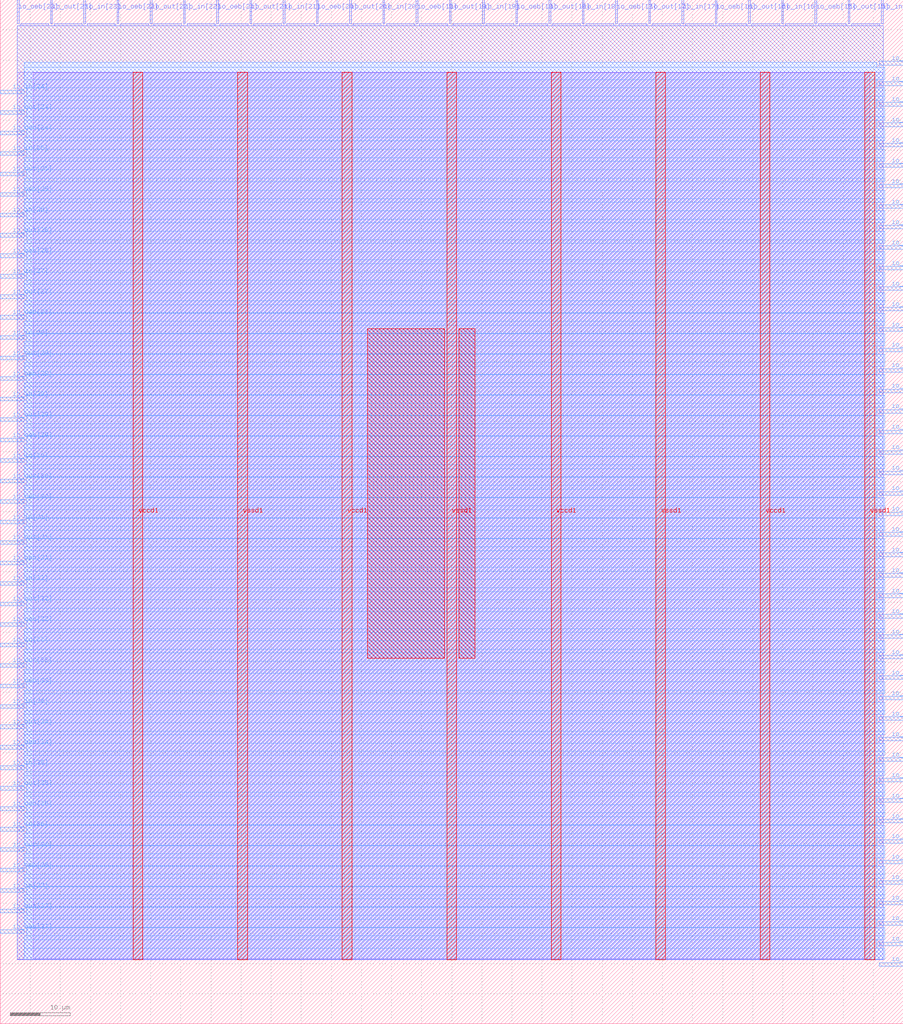
<source format=lef>
VERSION 5.7 ;
  NOWIREEXTENSIONATPIN ON ;
  DIVIDERCHAR "/" ;
  BUSBITCHARS "[]" ;
MACRO tiny_user_project
  CLASS BLOCK ;
  FOREIGN tiny_user_project ;
  ORIGIN 0.000 0.000 ;
  SIZE 150.000 BY 170.000 ;
  PIN io_in[0]
    DIRECTION INPUT ;
    USE SIGNAL ;
    PORT
      LAYER met3 ;
        RECT 146.000 9.560 150.000 10.160 ;
    END
  END io_in[0]
  PIN io_in[10]
    DIRECTION INPUT ;
    USE SIGNAL ;
    PORT
      LAYER met3 ;
        RECT 146.000 111.560 150.000 112.160 ;
    END
  END io_in[10]
  PIN io_in[11]
    DIRECTION INPUT ;
    USE SIGNAL ;
    PORT
      LAYER met3 ;
        RECT 146.000 121.760 150.000 122.360 ;
    END
  END io_in[11]
  PIN io_in[12]
    DIRECTION INPUT ;
    USE SIGNAL ;
    PORT
      LAYER met3 ;
        RECT 146.000 131.960 150.000 132.560 ;
    END
  END io_in[12]
  PIN io_in[13]
    DIRECTION INPUT ;
    USE SIGNAL ;
    PORT
      LAYER met3 ;
        RECT 146.000 142.160 150.000 142.760 ;
    END
  END io_in[13]
  PIN io_in[14]
    DIRECTION INPUT ;
    USE SIGNAL ;
    PORT
      LAYER met3 ;
        RECT 146.000 152.360 150.000 152.960 ;
    END
  END io_in[14]
  PIN io_in[15]
    DIRECTION INPUT ;
    USE SIGNAL ;
    PORT
      LAYER met2 ;
        RECT 146.370 166.000 146.650 170.000 ;
    END
  END io_in[15]
  PIN io_in[16]
    DIRECTION INPUT ;
    USE SIGNAL ;
    PORT
      LAYER met2 ;
        RECT 129.810 166.000 130.090 170.000 ;
    END
  END io_in[16]
  PIN io_in[17]
    DIRECTION INPUT ;
    USE SIGNAL ;
    PORT
      LAYER met2 ;
        RECT 113.250 166.000 113.530 170.000 ;
    END
  END io_in[17]
  PIN io_in[18]
    DIRECTION INPUT ;
    USE SIGNAL ;
    PORT
      LAYER met2 ;
        RECT 96.690 166.000 96.970 170.000 ;
    END
  END io_in[18]
  PIN io_in[19]
    DIRECTION INPUT ;
    USE SIGNAL ;
    PORT
      LAYER met2 ;
        RECT 80.130 166.000 80.410 170.000 ;
    END
  END io_in[19]
  PIN io_in[1]
    DIRECTION INPUT ;
    USE SIGNAL ;
    PORT
      LAYER met3 ;
        RECT 146.000 19.760 150.000 20.360 ;
    END
  END io_in[1]
  PIN io_in[20]
    DIRECTION INPUT ;
    USE SIGNAL ;
    PORT
      LAYER met2 ;
        RECT 63.570 166.000 63.850 170.000 ;
    END
  END io_in[20]
  PIN io_in[21]
    DIRECTION INPUT ;
    USE SIGNAL ;
    PORT
      LAYER met2 ;
        RECT 47.010 166.000 47.290 170.000 ;
    END
  END io_in[21]
  PIN io_in[22]
    DIRECTION INPUT ;
    USE SIGNAL ;
    PORT
      LAYER met2 ;
        RECT 30.450 166.000 30.730 170.000 ;
    END
  END io_in[22]
  PIN io_in[23]
    DIRECTION INPUT ;
    USE SIGNAL ;
    PORT
      LAYER met2 ;
        RECT 13.890 166.000 14.170 170.000 ;
    END
  END io_in[23]
  PIN io_in[24]
    DIRECTION INPUT ;
    USE SIGNAL ;
    PORT
      LAYER met3 ;
        RECT 0.000 154.400 4.000 155.000 ;
    END
  END io_in[24]
  PIN io_in[25]
    DIRECTION INPUT ;
    USE SIGNAL ;
    PORT
      LAYER met3 ;
        RECT 0.000 144.200 4.000 144.800 ;
    END
  END io_in[25]
  PIN io_in[26]
    DIRECTION INPUT ;
    USE SIGNAL ;
    PORT
      LAYER met3 ;
        RECT 0.000 134.000 4.000 134.600 ;
    END
  END io_in[26]
  PIN io_in[27]
    DIRECTION INPUT ;
    USE SIGNAL ;
    PORT
      LAYER met3 ;
        RECT 0.000 123.800 4.000 124.400 ;
    END
  END io_in[27]
  PIN io_in[28]
    DIRECTION INPUT ;
    USE SIGNAL ;
    PORT
      LAYER met3 ;
        RECT 0.000 113.600 4.000 114.200 ;
    END
  END io_in[28]
  PIN io_in[29]
    DIRECTION INPUT ;
    USE SIGNAL ;
    PORT
      LAYER met3 ;
        RECT 0.000 103.400 4.000 104.000 ;
    END
  END io_in[29]
  PIN io_in[2]
    DIRECTION INPUT ;
    USE SIGNAL ;
    PORT
      LAYER met3 ;
        RECT 146.000 29.960 150.000 30.560 ;
    END
  END io_in[2]
  PIN io_in[30]
    DIRECTION INPUT ;
    USE SIGNAL ;
    PORT
      LAYER met3 ;
        RECT 0.000 93.200 4.000 93.800 ;
    END
  END io_in[30]
  PIN io_in[31]
    DIRECTION INPUT ;
    USE SIGNAL ;
    PORT
      LAYER met3 ;
        RECT 0.000 83.000 4.000 83.600 ;
    END
  END io_in[31]
  PIN io_in[32]
    DIRECTION INPUT ;
    USE SIGNAL ;
    PORT
      LAYER met3 ;
        RECT 0.000 72.800 4.000 73.400 ;
    END
  END io_in[32]
  PIN io_in[33]
    DIRECTION INPUT ;
    USE SIGNAL ;
    PORT
      LAYER met3 ;
        RECT 0.000 62.600 4.000 63.200 ;
    END
  END io_in[33]
  PIN io_in[34]
    DIRECTION INPUT ;
    USE SIGNAL ;
    PORT
      LAYER met3 ;
        RECT 0.000 52.400 4.000 53.000 ;
    END
  END io_in[34]
  PIN io_in[35]
    DIRECTION INPUT ;
    USE SIGNAL ;
    PORT
      LAYER met3 ;
        RECT 0.000 42.200 4.000 42.800 ;
    END
  END io_in[35]
  PIN io_in[36]
    DIRECTION INPUT ;
    USE SIGNAL ;
    PORT
      LAYER met3 ;
        RECT 0.000 32.000 4.000 32.600 ;
    END
  END io_in[36]
  PIN io_in[37]
    DIRECTION INPUT ;
    USE SIGNAL ;
    PORT
      LAYER met3 ;
        RECT 0.000 21.800 4.000 22.400 ;
    END
  END io_in[37]
  PIN io_in[3]
    DIRECTION INPUT ;
    USE SIGNAL ;
    PORT
      LAYER met3 ;
        RECT 146.000 40.160 150.000 40.760 ;
    END
  END io_in[3]
  PIN io_in[4]
    DIRECTION INPUT ;
    USE SIGNAL ;
    PORT
      LAYER met3 ;
        RECT 146.000 50.360 150.000 50.960 ;
    END
  END io_in[4]
  PIN io_in[5]
    DIRECTION INPUT ;
    USE SIGNAL ;
    PORT
      LAYER met3 ;
        RECT 146.000 60.560 150.000 61.160 ;
    END
  END io_in[5]
  PIN io_in[6]
    DIRECTION INPUT ;
    USE SIGNAL ;
    PORT
      LAYER met3 ;
        RECT 146.000 70.760 150.000 71.360 ;
    END
  END io_in[6]
  PIN io_in[7]
    DIRECTION INPUT ;
    USE SIGNAL ;
    PORT
      LAYER met3 ;
        RECT 146.000 80.960 150.000 81.560 ;
    END
  END io_in[7]
  PIN io_in[8]
    DIRECTION INPUT ;
    USE SIGNAL ;
    PORT
      LAYER met3 ;
        RECT 146.000 91.160 150.000 91.760 ;
    END
  END io_in[8]
  PIN io_in[9]
    DIRECTION INPUT ;
    USE SIGNAL ;
    PORT
      LAYER met3 ;
        RECT 146.000 101.360 150.000 101.960 ;
    END
  END io_in[9]
  PIN io_oeb[0]
    DIRECTION OUTPUT TRISTATE ;
    USE SIGNAL ;
    PORT
      LAYER met3 ;
        RECT 146.000 16.360 150.000 16.960 ;
    END
  END io_oeb[0]
  PIN io_oeb[10]
    DIRECTION OUTPUT TRISTATE ;
    USE SIGNAL ;
    PORT
      LAYER met3 ;
        RECT 146.000 118.360 150.000 118.960 ;
    END
  END io_oeb[10]
  PIN io_oeb[11]
    DIRECTION OUTPUT TRISTATE ;
    USE SIGNAL ;
    PORT
      LAYER met3 ;
        RECT 146.000 128.560 150.000 129.160 ;
    END
  END io_oeb[11]
  PIN io_oeb[12]
    DIRECTION OUTPUT TRISTATE ;
    USE SIGNAL ;
    PORT
      LAYER met3 ;
        RECT 146.000 138.760 150.000 139.360 ;
    END
  END io_oeb[12]
  PIN io_oeb[13]
    DIRECTION OUTPUT TRISTATE ;
    USE SIGNAL ;
    PORT
      LAYER met3 ;
        RECT 146.000 148.960 150.000 149.560 ;
    END
  END io_oeb[13]
  PIN io_oeb[14]
    DIRECTION OUTPUT TRISTATE ;
    USE SIGNAL ;
    PORT
      LAYER met3 ;
        RECT 146.000 159.160 150.000 159.760 ;
    END
  END io_oeb[14]
  PIN io_oeb[15]
    DIRECTION OUTPUT TRISTATE ;
    USE SIGNAL ;
    PORT
      LAYER met2 ;
        RECT 135.330 166.000 135.610 170.000 ;
    END
  END io_oeb[15]
  PIN io_oeb[16]
    DIRECTION OUTPUT TRISTATE ;
    USE SIGNAL ;
    PORT
      LAYER met2 ;
        RECT 118.770 166.000 119.050 170.000 ;
    END
  END io_oeb[16]
  PIN io_oeb[17]
    DIRECTION OUTPUT TRISTATE ;
    USE SIGNAL ;
    PORT
      LAYER met2 ;
        RECT 102.210 166.000 102.490 170.000 ;
    END
  END io_oeb[17]
  PIN io_oeb[18]
    DIRECTION OUTPUT TRISTATE ;
    USE SIGNAL ;
    PORT
      LAYER met2 ;
        RECT 85.650 166.000 85.930 170.000 ;
    END
  END io_oeb[18]
  PIN io_oeb[19]
    DIRECTION OUTPUT TRISTATE ;
    USE SIGNAL ;
    PORT
      LAYER met2 ;
        RECT 69.090 166.000 69.370 170.000 ;
    END
  END io_oeb[19]
  PIN io_oeb[1]
    DIRECTION OUTPUT TRISTATE ;
    USE SIGNAL ;
    PORT
      LAYER met3 ;
        RECT 146.000 26.560 150.000 27.160 ;
    END
  END io_oeb[1]
  PIN io_oeb[20]
    DIRECTION OUTPUT TRISTATE ;
    USE SIGNAL ;
    PORT
      LAYER met2 ;
        RECT 52.530 166.000 52.810 170.000 ;
    END
  END io_oeb[20]
  PIN io_oeb[21]
    DIRECTION OUTPUT TRISTATE ;
    USE SIGNAL ;
    PORT
      LAYER met2 ;
        RECT 35.970 166.000 36.250 170.000 ;
    END
  END io_oeb[21]
  PIN io_oeb[22]
    DIRECTION OUTPUT TRISTATE ;
    USE SIGNAL ;
    PORT
      LAYER met2 ;
        RECT 19.410 166.000 19.690 170.000 ;
    END
  END io_oeb[22]
  PIN io_oeb[23]
    DIRECTION OUTPUT TRISTATE ;
    USE SIGNAL ;
    PORT
      LAYER met2 ;
        RECT 2.850 166.000 3.130 170.000 ;
    END
  END io_oeb[23]
  PIN io_oeb[24]
    DIRECTION OUTPUT TRISTATE ;
    USE SIGNAL ;
    PORT
      LAYER met3 ;
        RECT 0.000 147.600 4.000 148.200 ;
    END
  END io_oeb[24]
  PIN io_oeb[25]
    DIRECTION OUTPUT TRISTATE ;
    USE SIGNAL ;
    PORT
      LAYER met3 ;
        RECT 0.000 137.400 4.000 138.000 ;
    END
  END io_oeb[25]
  PIN io_oeb[26]
    DIRECTION OUTPUT TRISTATE ;
    USE SIGNAL ;
    PORT
      LAYER met3 ;
        RECT 0.000 127.200 4.000 127.800 ;
    END
  END io_oeb[26]
  PIN io_oeb[27]
    DIRECTION OUTPUT TRISTATE ;
    USE SIGNAL ;
    PORT
      LAYER met3 ;
        RECT 0.000 117.000 4.000 117.600 ;
    END
  END io_oeb[27]
  PIN io_oeb[28]
    DIRECTION OUTPUT TRISTATE ;
    USE SIGNAL ;
    PORT
      LAYER met3 ;
        RECT 0.000 106.800 4.000 107.400 ;
    END
  END io_oeb[28]
  PIN io_oeb[29]
    DIRECTION OUTPUT TRISTATE ;
    USE SIGNAL ;
    PORT
      LAYER met3 ;
        RECT 0.000 96.600 4.000 97.200 ;
    END
  END io_oeb[29]
  PIN io_oeb[2]
    DIRECTION OUTPUT TRISTATE ;
    USE SIGNAL ;
    PORT
      LAYER met3 ;
        RECT 146.000 36.760 150.000 37.360 ;
    END
  END io_oeb[2]
  PIN io_oeb[30]
    DIRECTION OUTPUT TRISTATE ;
    USE SIGNAL ;
    PORT
      LAYER met3 ;
        RECT 0.000 86.400 4.000 87.000 ;
    END
  END io_oeb[30]
  PIN io_oeb[31]
    DIRECTION OUTPUT TRISTATE ;
    USE SIGNAL ;
    PORT
      LAYER met3 ;
        RECT 0.000 76.200 4.000 76.800 ;
    END
  END io_oeb[31]
  PIN io_oeb[32]
    DIRECTION OUTPUT TRISTATE ;
    USE SIGNAL ;
    PORT
      LAYER met3 ;
        RECT 0.000 66.000 4.000 66.600 ;
    END
  END io_oeb[32]
  PIN io_oeb[33]
    DIRECTION OUTPUT TRISTATE ;
    USE SIGNAL ;
    PORT
      LAYER met3 ;
        RECT 0.000 55.800 4.000 56.400 ;
    END
  END io_oeb[33]
  PIN io_oeb[34]
    DIRECTION OUTPUT TRISTATE ;
    USE SIGNAL ;
    PORT
      LAYER met3 ;
        RECT 0.000 45.600 4.000 46.200 ;
    END
  END io_oeb[34]
  PIN io_oeb[35]
    DIRECTION OUTPUT TRISTATE ;
    USE SIGNAL ;
    PORT
      LAYER met3 ;
        RECT 0.000 35.400 4.000 36.000 ;
    END
  END io_oeb[35]
  PIN io_oeb[36]
    DIRECTION OUTPUT TRISTATE ;
    USE SIGNAL ;
    PORT
      LAYER met3 ;
        RECT 0.000 25.200 4.000 25.800 ;
    END
  END io_oeb[36]
  PIN io_oeb[37]
    DIRECTION OUTPUT TRISTATE ;
    USE SIGNAL ;
    PORT
      LAYER met3 ;
        RECT 0.000 15.000 4.000 15.600 ;
    END
  END io_oeb[37]
  PIN io_oeb[3]
    DIRECTION OUTPUT TRISTATE ;
    USE SIGNAL ;
    PORT
      LAYER met3 ;
        RECT 146.000 46.960 150.000 47.560 ;
    END
  END io_oeb[3]
  PIN io_oeb[4]
    DIRECTION OUTPUT TRISTATE ;
    USE SIGNAL ;
    PORT
      LAYER met3 ;
        RECT 146.000 57.160 150.000 57.760 ;
    END
  END io_oeb[4]
  PIN io_oeb[5]
    DIRECTION OUTPUT TRISTATE ;
    USE SIGNAL ;
    PORT
      LAYER met3 ;
        RECT 146.000 67.360 150.000 67.960 ;
    END
  END io_oeb[5]
  PIN io_oeb[6]
    DIRECTION OUTPUT TRISTATE ;
    USE SIGNAL ;
    PORT
      LAYER met3 ;
        RECT 146.000 77.560 150.000 78.160 ;
    END
  END io_oeb[6]
  PIN io_oeb[7]
    DIRECTION OUTPUT TRISTATE ;
    USE SIGNAL ;
    PORT
      LAYER met3 ;
        RECT 146.000 87.760 150.000 88.360 ;
    END
  END io_oeb[7]
  PIN io_oeb[8]
    DIRECTION OUTPUT TRISTATE ;
    USE SIGNAL ;
    PORT
      LAYER met3 ;
        RECT 146.000 97.960 150.000 98.560 ;
    END
  END io_oeb[8]
  PIN io_oeb[9]
    DIRECTION OUTPUT TRISTATE ;
    USE SIGNAL ;
    PORT
      LAYER met3 ;
        RECT 146.000 108.160 150.000 108.760 ;
    END
  END io_oeb[9]
  PIN io_out[0]
    DIRECTION OUTPUT TRISTATE ;
    USE SIGNAL ;
    PORT
      LAYER met3 ;
        RECT 146.000 12.960 150.000 13.560 ;
    END
  END io_out[0]
  PIN io_out[10]
    DIRECTION OUTPUT TRISTATE ;
    USE SIGNAL ;
    PORT
      LAYER met3 ;
        RECT 146.000 114.960 150.000 115.560 ;
    END
  END io_out[10]
  PIN io_out[11]
    DIRECTION OUTPUT TRISTATE ;
    USE SIGNAL ;
    PORT
      LAYER met3 ;
        RECT 146.000 125.160 150.000 125.760 ;
    END
  END io_out[11]
  PIN io_out[12]
    DIRECTION OUTPUT TRISTATE ;
    USE SIGNAL ;
    PORT
      LAYER met3 ;
        RECT 146.000 135.360 150.000 135.960 ;
    END
  END io_out[12]
  PIN io_out[13]
    DIRECTION OUTPUT TRISTATE ;
    USE SIGNAL ;
    PORT
      LAYER met3 ;
        RECT 146.000 145.560 150.000 146.160 ;
    END
  END io_out[13]
  PIN io_out[14]
    DIRECTION OUTPUT TRISTATE ;
    USE SIGNAL ;
    PORT
      LAYER met3 ;
        RECT 146.000 155.760 150.000 156.360 ;
    END
  END io_out[14]
  PIN io_out[15]
    DIRECTION OUTPUT TRISTATE ;
    USE SIGNAL ;
    PORT
      LAYER met2 ;
        RECT 140.850 166.000 141.130 170.000 ;
    END
  END io_out[15]
  PIN io_out[16]
    DIRECTION OUTPUT TRISTATE ;
    USE SIGNAL ;
    PORT
      LAYER met2 ;
        RECT 124.290 166.000 124.570 170.000 ;
    END
  END io_out[16]
  PIN io_out[17]
    DIRECTION OUTPUT TRISTATE ;
    USE SIGNAL ;
    PORT
      LAYER met2 ;
        RECT 107.730 166.000 108.010 170.000 ;
    END
  END io_out[17]
  PIN io_out[18]
    DIRECTION OUTPUT TRISTATE ;
    USE SIGNAL ;
    PORT
      LAYER met2 ;
        RECT 91.170 166.000 91.450 170.000 ;
    END
  END io_out[18]
  PIN io_out[19]
    DIRECTION OUTPUT TRISTATE ;
    USE SIGNAL ;
    PORT
      LAYER met2 ;
        RECT 74.610 166.000 74.890 170.000 ;
    END
  END io_out[19]
  PIN io_out[1]
    DIRECTION OUTPUT TRISTATE ;
    USE SIGNAL ;
    PORT
      LAYER met3 ;
        RECT 146.000 23.160 150.000 23.760 ;
    END
  END io_out[1]
  PIN io_out[20]
    DIRECTION OUTPUT TRISTATE ;
    USE SIGNAL ;
    PORT
      LAYER met2 ;
        RECT 58.050 166.000 58.330 170.000 ;
    END
  END io_out[20]
  PIN io_out[21]
    DIRECTION OUTPUT TRISTATE ;
    USE SIGNAL ;
    PORT
      LAYER met2 ;
        RECT 41.490 166.000 41.770 170.000 ;
    END
  END io_out[21]
  PIN io_out[22]
    DIRECTION OUTPUT TRISTATE ;
    USE SIGNAL ;
    PORT
      LAYER met2 ;
        RECT 24.930 166.000 25.210 170.000 ;
    END
  END io_out[22]
  PIN io_out[23]
    DIRECTION OUTPUT TRISTATE ;
    USE SIGNAL ;
    PORT
      LAYER met2 ;
        RECT 8.370 166.000 8.650 170.000 ;
    END
  END io_out[23]
  PIN io_out[24]
    DIRECTION OUTPUT TRISTATE ;
    USE SIGNAL ;
    PORT
      LAYER met3 ;
        RECT 0.000 151.000 4.000 151.600 ;
    END
  END io_out[24]
  PIN io_out[25]
    DIRECTION OUTPUT TRISTATE ;
    USE SIGNAL ;
    PORT
      LAYER met3 ;
        RECT 0.000 140.800 4.000 141.400 ;
    END
  END io_out[25]
  PIN io_out[26]
    DIRECTION OUTPUT TRISTATE ;
    USE SIGNAL ;
    PORT
      LAYER met3 ;
        RECT 0.000 130.600 4.000 131.200 ;
    END
  END io_out[26]
  PIN io_out[27]
    DIRECTION OUTPUT TRISTATE ;
    USE SIGNAL ;
    PORT
      LAYER met3 ;
        RECT 0.000 120.400 4.000 121.000 ;
    END
  END io_out[27]
  PIN io_out[28]
    DIRECTION OUTPUT TRISTATE ;
    USE SIGNAL ;
    PORT
      LAYER met3 ;
        RECT 0.000 110.200 4.000 110.800 ;
    END
  END io_out[28]
  PIN io_out[29]
    DIRECTION OUTPUT TRISTATE ;
    USE SIGNAL ;
    PORT
      LAYER met3 ;
        RECT 0.000 100.000 4.000 100.600 ;
    END
  END io_out[29]
  PIN io_out[2]
    DIRECTION OUTPUT TRISTATE ;
    USE SIGNAL ;
    PORT
      LAYER met3 ;
        RECT 146.000 33.360 150.000 33.960 ;
    END
  END io_out[2]
  PIN io_out[30]
    DIRECTION OUTPUT TRISTATE ;
    USE SIGNAL ;
    PORT
      LAYER met3 ;
        RECT 0.000 89.800 4.000 90.400 ;
    END
  END io_out[30]
  PIN io_out[31]
    DIRECTION OUTPUT TRISTATE ;
    USE SIGNAL ;
    PORT
      LAYER met3 ;
        RECT 0.000 79.600 4.000 80.200 ;
    END
  END io_out[31]
  PIN io_out[32]
    DIRECTION OUTPUT TRISTATE ;
    USE SIGNAL ;
    PORT
      LAYER met3 ;
        RECT 0.000 69.400 4.000 70.000 ;
    END
  END io_out[32]
  PIN io_out[33]
    DIRECTION OUTPUT TRISTATE ;
    USE SIGNAL ;
    PORT
      LAYER met3 ;
        RECT 0.000 59.200 4.000 59.800 ;
    END
  END io_out[33]
  PIN io_out[34]
    DIRECTION OUTPUT TRISTATE ;
    USE SIGNAL ;
    PORT
      LAYER met3 ;
        RECT 0.000 49.000 4.000 49.600 ;
    END
  END io_out[34]
  PIN io_out[35]
    DIRECTION OUTPUT TRISTATE ;
    USE SIGNAL ;
    PORT
      LAYER met3 ;
        RECT 0.000 38.800 4.000 39.400 ;
    END
  END io_out[35]
  PIN io_out[36]
    DIRECTION OUTPUT TRISTATE ;
    USE SIGNAL ;
    PORT
      LAYER met3 ;
        RECT 0.000 28.600 4.000 29.200 ;
    END
  END io_out[36]
  PIN io_out[37]
    DIRECTION OUTPUT TRISTATE ;
    USE SIGNAL ;
    PORT
      LAYER met3 ;
        RECT 0.000 18.400 4.000 19.000 ;
    END
  END io_out[37]
  PIN io_out[3]
    DIRECTION OUTPUT TRISTATE ;
    USE SIGNAL ;
    PORT
      LAYER met3 ;
        RECT 146.000 43.560 150.000 44.160 ;
    END
  END io_out[3]
  PIN io_out[4]
    DIRECTION OUTPUT TRISTATE ;
    USE SIGNAL ;
    PORT
      LAYER met3 ;
        RECT 146.000 53.760 150.000 54.360 ;
    END
  END io_out[4]
  PIN io_out[5]
    DIRECTION OUTPUT TRISTATE ;
    USE SIGNAL ;
    PORT
      LAYER met3 ;
        RECT 146.000 63.960 150.000 64.560 ;
    END
  END io_out[5]
  PIN io_out[6]
    DIRECTION OUTPUT TRISTATE ;
    USE SIGNAL ;
    PORT
      LAYER met3 ;
        RECT 146.000 74.160 150.000 74.760 ;
    END
  END io_out[6]
  PIN io_out[7]
    DIRECTION OUTPUT TRISTATE ;
    USE SIGNAL ;
    PORT
      LAYER met3 ;
        RECT 146.000 84.360 150.000 84.960 ;
    END
  END io_out[7]
  PIN io_out[8]
    DIRECTION OUTPUT TRISTATE ;
    USE SIGNAL ;
    PORT
      LAYER met3 ;
        RECT 146.000 94.560 150.000 95.160 ;
    END
  END io_out[8]
  PIN io_out[9]
    DIRECTION OUTPUT TRISTATE ;
    USE SIGNAL ;
    PORT
      LAYER met3 ;
        RECT 146.000 104.760 150.000 105.360 ;
    END
  END io_out[9]
  PIN vccd1
    DIRECTION INOUT ;
    USE POWER ;
    PORT
      LAYER met4 ;
        RECT 22.085 10.640 23.685 158.000 ;
    END
    PORT
      LAYER met4 ;
        RECT 56.815 10.640 58.415 158.000 ;
    END
    PORT
      LAYER met4 ;
        RECT 91.545 10.640 93.145 158.000 ;
    END
    PORT
      LAYER met4 ;
        RECT 126.275 10.640 127.875 158.000 ;
    END
  END vccd1
  PIN vssd1
    DIRECTION INOUT ;
    USE GROUND ;
    PORT
      LAYER met4 ;
        RECT 39.450 10.640 41.050 158.000 ;
    END
    PORT
      LAYER met4 ;
        RECT 74.180 10.640 75.780 158.000 ;
    END
    PORT
      LAYER met4 ;
        RECT 108.910 10.640 110.510 158.000 ;
    END
    PORT
      LAYER met4 ;
        RECT 143.640 10.640 145.240 158.000 ;
    END
  END vssd1
  OBS
      LAYER li1 ;
        RECT 5.520 10.795 144.440 157.845 ;
      LAYER met1 ;
        RECT 2.830 10.640 146.670 158.000 ;
      LAYER met2 ;
        RECT 3.410 165.720 8.090 166.000 ;
        RECT 8.930 165.720 13.610 166.000 ;
        RECT 14.450 165.720 19.130 166.000 ;
        RECT 19.970 165.720 24.650 166.000 ;
        RECT 25.490 165.720 30.170 166.000 ;
        RECT 31.010 165.720 35.690 166.000 ;
        RECT 36.530 165.720 41.210 166.000 ;
        RECT 42.050 165.720 46.730 166.000 ;
        RECT 47.570 165.720 52.250 166.000 ;
        RECT 53.090 165.720 57.770 166.000 ;
        RECT 58.610 165.720 63.290 166.000 ;
        RECT 64.130 165.720 68.810 166.000 ;
        RECT 69.650 165.720 74.330 166.000 ;
        RECT 75.170 165.720 79.850 166.000 ;
        RECT 80.690 165.720 85.370 166.000 ;
        RECT 86.210 165.720 90.890 166.000 ;
        RECT 91.730 165.720 96.410 166.000 ;
        RECT 97.250 165.720 101.930 166.000 ;
        RECT 102.770 165.720 107.450 166.000 ;
        RECT 108.290 165.720 112.970 166.000 ;
        RECT 113.810 165.720 118.490 166.000 ;
        RECT 119.330 165.720 124.010 166.000 ;
        RECT 124.850 165.720 129.530 166.000 ;
        RECT 130.370 165.720 135.050 166.000 ;
        RECT 135.890 165.720 140.570 166.000 ;
        RECT 141.410 165.720 146.090 166.000 ;
        RECT 2.860 10.695 146.640 165.720 ;
      LAYER met3 ;
        RECT 4.000 158.760 145.600 159.625 ;
        RECT 4.000 156.760 146.890 158.760 ;
        RECT 4.000 155.400 145.600 156.760 ;
        RECT 4.400 155.360 145.600 155.400 ;
        RECT 4.400 154.000 146.890 155.360 ;
        RECT 4.000 153.360 146.890 154.000 ;
        RECT 4.000 152.000 145.600 153.360 ;
        RECT 4.400 151.960 145.600 152.000 ;
        RECT 4.400 150.600 146.890 151.960 ;
        RECT 4.000 149.960 146.890 150.600 ;
        RECT 4.000 148.600 145.600 149.960 ;
        RECT 4.400 148.560 145.600 148.600 ;
        RECT 4.400 147.200 146.890 148.560 ;
        RECT 4.000 146.560 146.890 147.200 ;
        RECT 4.000 145.200 145.600 146.560 ;
        RECT 4.400 145.160 145.600 145.200 ;
        RECT 4.400 143.800 146.890 145.160 ;
        RECT 4.000 143.160 146.890 143.800 ;
        RECT 4.000 141.800 145.600 143.160 ;
        RECT 4.400 141.760 145.600 141.800 ;
        RECT 4.400 140.400 146.890 141.760 ;
        RECT 4.000 139.760 146.890 140.400 ;
        RECT 4.000 138.400 145.600 139.760 ;
        RECT 4.400 138.360 145.600 138.400 ;
        RECT 4.400 137.000 146.890 138.360 ;
        RECT 4.000 136.360 146.890 137.000 ;
        RECT 4.000 135.000 145.600 136.360 ;
        RECT 4.400 134.960 145.600 135.000 ;
        RECT 4.400 133.600 146.890 134.960 ;
        RECT 4.000 132.960 146.890 133.600 ;
        RECT 4.000 131.600 145.600 132.960 ;
        RECT 4.400 131.560 145.600 131.600 ;
        RECT 4.400 130.200 146.890 131.560 ;
        RECT 4.000 129.560 146.890 130.200 ;
        RECT 4.000 128.200 145.600 129.560 ;
        RECT 4.400 128.160 145.600 128.200 ;
        RECT 4.400 126.800 146.890 128.160 ;
        RECT 4.000 126.160 146.890 126.800 ;
        RECT 4.000 124.800 145.600 126.160 ;
        RECT 4.400 124.760 145.600 124.800 ;
        RECT 4.400 123.400 146.890 124.760 ;
        RECT 4.000 122.760 146.890 123.400 ;
        RECT 4.000 121.400 145.600 122.760 ;
        RECT 4.400 121.360 145.600 121.400 ;
        RECT 4.400 120.000 146.890 121.360 ;
        RECT 4.000 119.360 146.890 120.000 ;
        RECT 4.000 118.000 145.600 119.360 ;
        RECT 4.400 117.960 145.600 118.000 ;
        RECT 4.400 116.600 146.890 117.960 ;
        RECT 4.000 115.960 146.890 116.600 ;
        RECT 4.000 114.600 145.600 115.960 ;
        RECT 4.400 114.560 145.600 114.600 ;
        RECT 4.400 113.200 146.890 114.560 ;
        RECT 4.000 112.560 146.890 113.200 ;
        RECT 4.000 111.200 145.600 112.560 ;
        RECT 4.400 111.160 145.600 111.200 ;
        RECT 4.400 109.800 146.890 111.160 ;
        RECT 4.000 109.160 146.890 109.800 ;
        RECT 4.000 107.800 145.600 109.160 ;
        RECT 4.400 107.760 145.600 107.800 ;
        RECT 4.400 106.400 146.890 107.760 ;
        RECT 4.000 105.760 146.890 106.400 ;
        RECT 4.000 104.400 145.600 105.760 ;
        RECT 4.400 104.360 145.600 104.400 ;
        RECT 4.400 103.000 146.890 104.360 ;
        RECT 4.000 102.360 146.890 103.000 ;
        RECT 4.000 101.000 145.600 102.360 ;
        RECT 4.400 100.960 145.600 101.000 ;
        RECT 4.400 99.600 146.890 100.960 ;
        RECT 4.000 98.960 146.890 99.600 ;
        RECT 4.000 97.600 145.600 98.960 ;
        RECT 4.400 97.560 145.600 97.600 ;
        RECT 4.400 96.200 146.890 97.560 ;
        RECT 4.000 95.560 146.890 96.200 ;
        RECT 4.000 94.200 145.600 95.560 ;
        RECT 4.400 94.160 145.600 94.200 ;
        RECT 4.400 92.800 146.890 94.160 ;
        RECT 4.000 92.160 146.890 92.800 ;
        RECT 4.000 90.800 145.600 92.160 ;
        RECT 4.400 90.760 145.600 90.800 ;
        RECT 4.400 89.400 146.890 90.760 ;
        RECT 4.000 88.760 146.890 89.400 ;
        RECT 4.000 87.400 145.600 88.760 ;
        RECT 4.400 87.360 145.600 87.400 ;
        RECT 4.400 86.000 146.890 87.360 ;
        RECT 4.000 85.360 146.890 86.000 ;
        RECT 4.000 84.000 145.600 85.360 ;
        RECT 4.400 83.960 145.600 84.000 ;
        RECT 4.400 82.600 146.890 83.960 ;
        RECT 4.000 81.960 146.890 82.600 ;
        RECT 4.000 80.600 145.600 81.960 ;
        RECT 4.400 80.560 145.600 80.600 ;
        RECT 4.400 79.200 146.890 80.560 ;
        RECT 4.000 78.560 146.890 79.200 ;
        RECT 4.000 77.200 145.600 78.560 ;
        RECT 4.400 77.160 145.600 77.200 ;
        RECT 4.400 75.800 146.890 77.160 ;
        RECT 4.000 75.160 146.890 75.800 ;
        RECT 4.000 73.800 145.600 75.160 ;
        RECT 4.400 73.760 145.600 73.800 ;
        RECT 4.400 72.400 146.890 73.760 ;
        RECT 4.000 71.760 146.890 72.400 ;
        RECT 4.000 70.400 145.600 71.760 ;
        RECT 4.400 70.360 145.600 70.400 ;
        RECT 4.400 69.000 146.890 70.360 ;
        RECT 4.000 68.360 146.890 69.000 ;
        RECT 4.000 67.000 145.600 68.360 ;
        RECT 4.400 66.960 145.600 67.000 ;
        RECT 4.400 65.600 146.890 66.960 ;
        RECT 4.000 64.960 146.890 65.600 ;
        RECT 4.000 63.600 145.600 64.960 ;
        RECT 4.400 63.560 145.600 63.600 ;
        RECT 4.400 62.200 146.890 63.560 ;
        RECT 4.000 61.560 146.890 62.200 ;
        RECT 4.000 60.200 145.600 61.560 ;
        RECT 4.400 60.160 145.600 60.200 ;
        RECT 4.400 58.800 146.890 60.160 ;
        RECT 4.000 58.160 146.890 58.800 ;
        RECT 4.000 56.800 145.600 58.160 ;
        RECT 4.400 56.760 145.600 56.800 ;
        RECT 4.400 55.400 146.890 56.760 ;
        RECT 4.000 54.760 146.890 55.400 ;
        RECT 4.000 53.400 145.600 54.760 ;
        RECT 4.400 53.360 145.600 53.400 ;
        RECT 4.400 52.000 146.890 53.360 ;
        RECT 4.000 51.360 146.890 52.000 ;
        RECT 4.000 50.000 145.600 51.360 ;
        RECT 4.400 49.960 145.600 50.000 ;
        RECT 4.400 48.600 146.890 49.960 ;
        RECT 4.000 47.960 146.890 48.600 ;
        RECT 4.000 46.600 145.600 47.960 ;
        RECT 4.400 46.560 145.600 46.600 ;
        RECT 4.400 45.200 146.890 46.560 ;
        RECT 4.000 44.560 146.890 45.200 ;
        RECT 4.000 43.200 145.600 44.560 ;
        RECT 4.400 43.160 145.600 43.200 ;
        RECT 4.400 41.800 146.890 43.160 ;
        RECT 4.000 41.160 146.890 41.800 ;
        RECT 4.000 39.800 145.600 41.160 ;
        RECT 4.400 39.760 145.600 39.800 ;
        RECT 4.400 38.400 146.890 39.760 ;
        RECT 4.000 37.760 146.890 38.400 ;
        RECT 4.000 36.400 145.600 37.760 ;
        RECT 4.400 36.360 145.600 36.400 ;
        RECT 4.400 35.000 146.890 36.360 ;
        RECT 4.000 34.360 146.890 35.000 ;
        RECT 4.000 33.000 145.600 34.360 ;
        RECT 4.400 32.960 145.600 33.000 ;
        RECT 4.400 31.600 146.890 32.960 ;
        RECT 4.000 30.960 146.890 31.600 ;
        RECT 4.000 29.600 145.600 30.960 ;
        RECT 4.400 29.560 145.600 29.600 ;
        RECT 4.400 28.200 146.890 29.560 ;
        RECT 4.000 27.560 146.890 28.200 ;
        RECT 4.000 26.200 145.600 27.560 ;
        RECT 4.400 26.160 145.600 26.200 ;
        RECT 4.400 24.800 146.890 26.160 ;
        RECT 4.000 24.160 146.890 24.800 ;
        RECT 4.000 22.800 145.600 24.160 ;
        RECT 4.400 22.760 145.600 22.800 ;
        RECT 4.400 21.400 146.890 22.760 ;
        RECT 4.000 20.760 146.890 21.400 ;
        RECT 4.000 19.400 145.600 20.760 ;
        RECT 4.400 19.360 145.600 19.400 ;
        RECT 4.400 18.000 146.890 19.360 ;
        RECT 4.000 17.360 146.890 18.000 ;
        RECT 4.000 16.000 145.600 17.360 ;
        RECT 4.400 15.960 145.600 16.000 ;
        RECT 4.400 14.600 146.890 15.960 ;
        RECT 4.000 13.960 146.890 14.600 ;
        RECT 4.000 12.560 145.600 13.960 ;
        RECT 4.000 10.715 146.890 12.560 ;
      LAYER met4 ;
        RECT 61.015 60.695 73.780 115.425 ;
        RECT 76.180 60.695 78.825 115.425 ;
  END
END tiny_user_project
END LIBRARY


</source>
